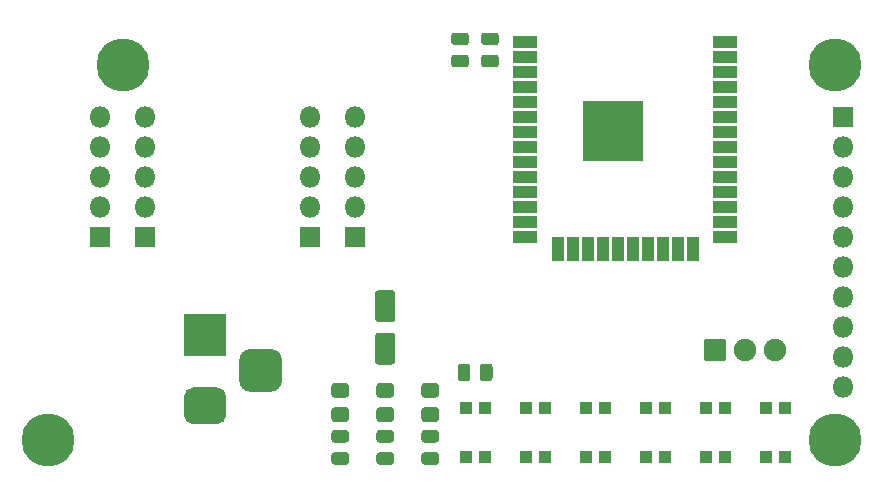
<source format=gbr>
%TF.GenerationSoftware,KiCad,Pcbnew,(5.1.6-0-10_14)*%
%TF.CreationDate,2020-11-11T01:37:45-06:00*%
%TF.ProjectId,kbxLEDController-16ch,6b62784c-4544-4436-9f6e-74726f6c6c65,rev?*%
%TF.SameCoordinates,Original*%
%TF.FileFunction,Soldermask,Top*%
%TF.FilePolarity,Negative*%
%FSLAX46Y46*%
G04 Gerber Fmt 4.6, Leading zero omitted, Abs format (unit mm)*
G04 Created by KiCad (PCBNEW (5.1.6-0-10_14)) date 2020-11-11 01:37:45*
%MOMM*%
%LPD*%
G01*
G04 APERTURE LIST*
%ADD10C,1.900000*%
%ADD11O,1.800000X1.800000*%
%ADD12R,1.800000X1.800000*%
%ADD13C,4.500000*%
%ADD14C,0.800000*%
%ADD15R,2.100000X1.000000*%
%ADD16R,1.000000X2.100000*%
%ADD17R,5.100000X5.100000*%
%ADD18R,1.100000X1.000000*%
%ADD19R,3.600000X3.600000*%
G04 APERTURE END LIST*
%TO.C,C2*%
G36*
G01*
X134466250Y-75800000D02*
X133503750Y-75800000D01*
G75*
G02*
X133235000Y-75531250I0J268750D01*
G01*
X133235000Y-74993750D01*
G75*
G02*
X133503750Y-74725000I268750J0D01*
G01*
X134466250Y-74725000D01*
G75*
G02*
X134735000Y-74993750I0J-268750D01*
G01*
X134735000Y-75531250D01*
G75*
G02*
X134466250Y-75800000I-268750J0D01*
G01*
G37*
G36*
G01*
X134466250Y-77675000D02*
X133503750Y-77675000D01*
G75*
G02*
X133235000Y-77406250I0J268750D01*
G01*
X133235000Y-76868750D01*
G75*
G02*
X133503750Y-76600000I268750J0D01*
G01*
X134466250Y-76600000D01*
G75*
G02*
X134735000Y-76868750I0J-268750D01*
G01*
X134735000Y-77406250D01*
G75*
G02*
X134466250Y-77675000I-268750J0D01*
G01*
G37*
%TD*%
%TO.C,U3*%
G36*
G01*
X154625000Y-102285900D02*
X154625000Y-100914100D01*
G75*
G02*
X154889100Y-100650000I264100J0D01*
G01*
X156260900Y-100650000D01*
G75*
G02*
X156525000Y-100914100I0J-264100D01*
G01*
X156525000Y-102285900D01*
G75*
G02*
X156260900Y-102550000I-264100J0D01*
G01*
X154889100Y-102550000D01*
G75*
G02*
X154625000Y-102285900I0J264100D01*
G01*
G37*
D10*
X158115000Y-101600000D03*
X160655000Y-101600000D03*
%TD*%
D11*
%TO.C,J6*%
X166370000Y-104775000D03*
X166370000Y-102235000D03*
X166370000Y-99695000D03*
X166370000Y-97155000D03*
X166370000Y-94615000D03*
X166370000Y-92075000D03*
X166370000Y-89535000D03*
X166370000Y-86995000D03*
X166370000Y-84455000D03*
D12*
X166370000Y-81915000D03*
%TD*%
D13*
%TO.C,H4*%
X165735000Y-109220000D03*
D14*
X167385000Y-109220000D03*
X166901726Y-110386726D03*
X165735000Y-110870000D03*
X164568274Y-110386726D03*
X164085000Y-109220000D03*
X164568274Y-108053274D03*
X165735000Y-107570000D03*
X166901726Y-108053274D03*
%TD*%
%TO.C,H3*%
X100226726Y-108053274D03*
X99060000Y-107570000D03*
X97893274Y-108053274D03*
X97410000Y-109220000D03*
X97893274Y-110386726D03*
X99060000Y-110870000D03*
X100226726Y-110386726D03*
X100710000Y-109220000D03*
D13*
X99060000Y-109220000D03*
%TD*%
D14*
%TO.C,H2*%
X166901726Y-76303274D03*
X165735000Y-75820000D03*
X164568274Y-76303274D03*
X164085000Y-77470000D03*
X164568274Y-78636726D03*
X165735000Y-79120000D03*
X166901726Y-78636726D03*
X167385000Y-77470000D03*
D13*
X165735000Y-77470000D03*
%TD*%
D14*
%TO.C,H1*%
X106576726Y-76303274D03*
X105410000Y-75820000D03*
X104243274Y-76303274D03*
X103760000Y-77470000D03*
X104243274Y-78636726D03*
X105410000Y-79120000D03*
X106576726Y-78636726D03*
X107060000Y-77470000D03*
D13*
X105410000Y-77470000D03*
%TD*%
D15*
%TO.C,U1*%
X156455000Y-75565000D03*
X156455000Y-76835000D03*
X156455000Y-78105000D03*
X156455000Y-79375000D03*
X156455000Y-80645000D03*
X156455000Y-81915000D03*
X156455000Y-83185000D03*
X156455000Y-84455000D03*
X156455000Y-85725000D03*
X156455000Y-86995000D03*
X156455000Y-88265000D03*
X156455000Y-89535000D03*
X156455000Y-90805000D03*
X156455000Y-92075000D03*
D16*
X153670000Y-93075000D03*
X152400000Y-93075000D03*
X151130000Y-93075000D03*
X149860000Y-93075000D03*
X148590000Y-93075000D03*
X147320000Y-93075000D03*
X146050000Y-93075000D03*
X144780000Y-93075000D03*
X143510000Y-93075000D03*
X142240000Y-93075000D03*
D15*
X139455000Y-92075000D03*
X139455000Y-90805000D03*
X139455000Y-89535000D03*
X139455000Y-88265000D03*
X139455000Y-86995000D03*
X139455000Y-85725000D03*
X139455000Y-84455000D03*
X139455000Y-83185000D03*
X139455000Y-81915000D03*
X139455000Y-80645000D03*
X139455000Y-79375000D03*
X139455000Y-78105000D03*
X139455000Y-76835000D03*
X139455000Y-75565000D03*
D17*
X146955000Y-83065000D03*
%TD*%
D18*
%TO.C,SW6*%
X156375000Y-106535000D03*
X154775000Y-106535000D03*
X156375000Y-110635000D03*
X154775000Y-110635000D03*
%TD*%
%TO.C,SW5*%
X161455000Y-106535000D03*
X159855000Y-106535000D03*
X161455000Y-110635000D03*
X159855000Y-110635000D03*
%TD*%
%TO.C,SW4*%
X146215000Y-106535000D03*
X144615000Y-106535000D03*
X146215000Y-110635000D03*
X144615000Y-110635000D03*
%TD*%
%TO.C,SW3*%
X151295000Y-106535000D03*
X149695000Y-106535000D03*
X151295000Y-110635000D03*
X149695000Y-110635000D03*
%TD*%
%TO.C,SW2*%
X141135000Y-106535000D03*
X139535000Y-106535000D03*
X141135000Y-110635000D03*
X139535000Y-110635000D03*
%TD*%
%TO.C,SW1*%
X136055000Y-106535000D03*
X134455000Y-106535000D03*
X136055000Y-110635000D03*
X134455000Y-110635000D03*
%TD*%
%TO.C,R3*%
G36*
G01*
X130966738Y-106445000D02*
X131923262Y-106445000D01*
G75*
G02*
X132195000Y-106716738I0J-271738D01*
G01*
X132195000Y-107423262D01*
G75*
G02*
X131923262Y-107695000I-271738J0D01*
G01*
X130966738Y-107695000D01*
G75*
G02*
X130695000Y-107423262I0J271738D01*
G01*
X130695000Y-106716738D01*
G75*
G02*
X130966738Y-106445000I271738J0D01*
G01*
G37*
G36*
G01*
X130966738Y-104395000D02*
X131923262Y-104395000D01*
G75*
G02*
X132195000Y-104666738I0J-271738D01*
G01*
X132195000Y-105373262D01*
G75*
G02*
X131923262Y-105645000I-271738J0D01*
G01*
X130966738Y-105645000D01*
G75*
G02*
X130695000Y-105373262I0J271738D01*
G01*
X130695000Y-104666738D01*
G75*
G02*
X130966738Y-104395000I271738J0D01*
G01*
G37*
%TD*%
%TO.C,R2*%
G36*
G01*
X127156738Y-106445000D02*
X128113262Y-106445000D01*
G75*
G02*
X128385000Y-106716738I0J-271738D01*
G01*
X128385000Y-107423262D01*
G75*
G02*
X128113262Y-107695000I-271738J0D01*
G01*
X127156738Y-107695000D01*
G75*
G02*
X126885000Y-107423262I0J271738D01*
G01*
X126885000Y-106716738D01*
G75*
G02*
X127156738Y-106445000I271738J0D01*
G01*
G37*
G36*
G01*
X127156738Y-104395000D02*
X128113262Y-104395000D01*
G75*
G02*
X128385000Y-104666738I0J-271738D01*
G01*
X128385000Y-105373262D01*
G75*
G02*
X128113262Y-105645000I-271738J0D01*
G01*
X127156738Y-105645000D01*
G75*
G02*
X126885000Y-105373262I0J271738D01*
G01*
X126885000Y-104666738D01*
G75*
G02*
X127156738Y-104395000I271738J0D01*
G01*
G37*
%TD*%
%TO.C,R1*%
G36*
G01*
X123346738Y-106445000D02*
X124303262Y-106445000D01*
G75*
G02*
X124575000Y-106716738I0J-271738D01*
G01*
X124575000Y-107423262D01*
G75*
G02*
X124303262Y-107695000I-271738J0D01*
G01*
X123346738Y-107695000D01*
G75*
G02*
X123075000Y-107423262I0J271738D01*
G01*
X123075000Y-106716738D01*
G75*
G02*
X123346738Y-106445000I271738J0D01*
G01*
G37*
G36*
G01*
X123346738Y-104395000D02*
X124303262Y-104395000D01*
G75*
G02*
X124575000Y-104666738I0J-271738D01*
G01*
X124575000Y-105373262D01*
G75*
G02*
X124303262Y-105645000I-271738J0D01*
G01*
X123346738Y-105645000D01*
G75*
G02*
X123075000Y-105373262I0J271738D01*
G01*
X123075000Y-104666738D01*
G75*
G02*
X123346738Y-104395000I271738J0D01*
G01*
G37*
%TD*%
D12*
%TO.C,J4*%
X125095000Y-92075000D03*
D11*
X125095000Y-89535000D03*
X125095000Y-86995000D03*
X125095000Y-84455000D03*
X125095000Y-81915000D03*
%TD*%
D12*
%TO.C,J3*%
X121285000Y-92075000D03*
D11*
X121285000Y-89535000D03*
X121285000Y-86995000D03*
X121285000Y-84455000D03*
X121285000Y-81915000D03*
%TD*%
%TO.C,J2*%
X107315000Y-81915000D03*
X107315000Y-84455000D03*
X107315000Y-86995000D03*
X107315000Y-89535000D03*
D12*
X107315000Y-92075000D03*
%TD*%
D11*
%TO.C,J1*%
X103505000Y-81915000D03*
X103505000Y-84455000D03*
X103505000Y-86995000D03*
X103505000Y-89535000D03*
D12*
X103505000Y-92075000D03*
%TD*%
D19*
%TO.C,J5*%
X112395000Y-100330000D03*
G36*
G01*
X113420000Y-107880000D02*
X111370000Y-107880000D01*
G75*
G02*
X110595000Y-107105000I0J775000D01*
G01*
X110595000Y-105555000D01*
G75*
G02*
X111370000Y-104780000I775000J0D01*
G01*
X113420000Y-104780000D01*
G75*
G02*
X114195000Y-105555000I0J-775000D01*
G01*
X114195000Y-107105000D01*
G75*
G02*
X113420000Y-107880000I-775000J0D01*
G01*
G37*
G36*
G01*
X117995000Y-105130000D02*
X116195000Y-105130000D01*
G75*
G02*
X115295000Y-104230000I0J900000D01*
G01*
X115295000Y-102430000D01*
G75*
G02*
X116195000Y-101530000I900000J0D01*
G01*
X117995000Y-101530000D01*
G75*
G02*
X118895000Y-102430000I0J-900000D01*
G01*
X118895000Y-104230000D01*
G75*
G02*
X117995000Y-105130000I-900000J0D01*
G01*
G37*
%TD*%
%TO.C,D4*%
G36*
G01*
X131926250Y-109455000D02*
X130963750Y-109455000D01*
G75*
G02*
X130695000Y-109186250I0J268750D01*
G01*
X130695000Y-108648750D01*
G75*
G02*
X130963750Y-108380000I268750J0D01*
G01*
X131926250Y-108380000D01*
G75*
G02*
X132195000Y-108648750I0J-268750D01*
G01*
X132195000Y-109186250D01*
G75*
G02*
X131926250Y-109455000I-268750J0D01*
G01*
G37*
G36*
G01*
X131926250Y-111330000D02*
X130963750Y-111330000D01*
G75*
G02*
X130695000Y-111061250I0J268750D01*
G01*
X130695000Y-110523750D01*
G75*
G02*
X130963750Y-110255000I268750J0D01*
G01*
X131926250Y-110255000D01*
G75*
G02*
X132195000Y-110523750I0J-268750D01*
G01*
X132195000Y-111061250D01*
G75*
G02*
X131926250Y-111330000I-268750J0D01*
G01*
G37*
%TD*%
%TO.C,D3*%
G36*
G01*
X128116250Y-109455000D02*
X127153750Y-109455000D01*
G75*
G02*
X126885000Y-109186250I0J268750D01*
G01*
X126885000Y-108648750D01*
G75*
G02*
X127153750Y-108380000I268750J0D01*
G01*
X128116250Y-108380000D01*
G75*
G02*
X128385000Y-108648750I0J-268750D01*
G01*
X128385000Y-109186250D01*
G75*
G02*
X128116250Y-109455000I-268750J0D01*
G01*
G37*
G36*
G01*
X128116250Y-111330000D02*
X127153750Y-111330000D01*
G75*
G02*
X126885000Y-111061250I0J268750D01*
G01*
X126885000Y-110523750D01*
G75*
G02*
X127153750Y-110255000I268750J0D01*
G01*
X128116250Y-110255000D01*
G75*
G02*
X128385000Y-110523750I0J-268750D01*
G01*
X128385000Y-111061250D01*
G75*
G02*
X128116250Y-111330000I-268750J0D01*
G01*
G37*
%TD*%
%TO.C,D2*%
G36*
G01*
X124306250Y-109455000D02*
X123343750Y-109455000D01*
G75*
G02*
X123075000Y-109186250I0J268750D01*
G01*
X123075000Y-108648750D01*
G75*
G02*
X123343750Y-108380000I268750J0D01*
G01*
X124306250Y-108380000D01*
G75*
G02*
X124575000Y-108648750I0J-268750D01*
G01*
X124575000Y-109186250D01*
G75*
G02*
X124306250Y-109455000I-268750J0D01*
G01*
G37*
G36*
G01*
X124306250Y-111330000D02*
X123343750Y-111330000D01*
G75*
G02*
X123075000Y-111061250I0J268750D01*
G01*
X123075000Y-110523750D01*
G75*
G02*
X123343750Y-110255000I268750J0D01*
G01*
X124306250Y-110255000D01*
G75*
G02*
X124575000Y-110523750I0J-268750D01*
G01*
X124575000Y-111061250D01*
G75*
G02*
X124306250Y-111330000I-268750J0D01*
G01*
G37*
%TD*%
%TO.C,C3*%
G36*
G01*
X128219375Y-99245000D02*
X127050625Y-99245000D01*
G75*
G02*
X126785000Y-98979375I0J265625D01*
G01*
X126785000Y-96810625D01*
G75*
G02*
X127050625Y-96545000I265625J0D01*
G01*
X128219375Y-96545000D01*
G75*
G02*
X128485000Y-96810625I0J-265625D01*
G01*
X128485000Y-98979375D01*
G75*
G02*
X128219375Y-99245000I-265625J0D01*
G01*
G37*
G36*
G01*
X128219375Y-102845000D02*
X127050625Y-102845000D01*
G75*
G02*
X126785000Y-102579375I0J265625D01*
G01*
X126785000Y-100410625D01*
G75*
G02*
X127050625Y-100145000I265625J0D01*
G01*
X128219375Y-100145000D01*
G75*
G02*
X128485000Y-100410625I0J-265625D01*
G01*
X128485000Y-102579375D01*
G75*
G02*
X128219375Y-102845000I-265625J0D01*
G01*
G37*
%TD*%
%TO.C,C1*%
G36*
G01*
X137006250Y-75800000D02*
X136043750Y-75800000D01*
G75*
G02*
X135775000Y-75531250I0J268750D01*
G01*
X135775000Y-74993750D01*
G75*
G02*
X136043750Y-74725000I268750J0D01*
G01*
X137006250Y-74725000D01*
G75*
G02*
X137275000Y-74993750I0J-268750D01*
G01*
X137275000Y-75531250D01*
G75*
G02*
X137006250Y-75800000I-268750J0D01*
G01*
G37*
G36*
G01*
X137006250Y-77675000D02*
X136043750Y-77675000D01*
G75*
G02*
X135775000Y-77406250I0J268750D01*
G01*
X135775000Y-76868750D01*
G75*
G02*
X136043750Y-76600000I268750J0D01*
G01*
X137006250Y-76600000D01*
G75*
G02*
X137275000Y-76868750I0J-268750D01*
G01*
X137275000Y-77406250D01*
G75*
G02*
X137006250Y-77675000I-268750J0D01*
G01*
G37*
%TD*%
%TO.C,C6*%
G36*
G01*
X136730000Y-103023750D02*
X136730000Y-103986250D01*
G75*
G02*
X136461250Y-104255000I-268750J0D01*
G01*
X135923750Y-104255000D01*
G75*
G02*
X135655000Y-103986250I0J268750D01*
G01*
X135655000Y-103023750D01*
G75*
G02*
X135923750Y-102755000I268750J0D01*
G01*
X136461250Y-102755000D01*
G75*
G02*
X136730000Y-103023750I0J-268750D01*
G01*
G37*
G36*
G01*
X134855000Y-103023750D02*
X134855000Y-103986250D01*
G75*
G02*
X134586250Y-104255000I-268750J0D01*
G01*
X134048750Y-104255000D01*
G75*
G02*
X133780000Y-103986250I0J268750D01*
G01*
X133780000Y-103023750D01*
G75*
G02*
X134048750Y-102755000I268750J0D01*
G01*
X134586250Y-102755000D01*
G75*
G02*
X134855000Y-103023750I0J-268750D01*
G01*
G37*
%TD*%
M02*

</source>
